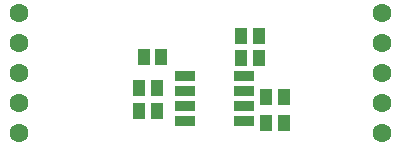
<source format=gbr>
G04*
G04 #@! TF.GenerationSoftware,Altium Limited,Altium Designer,25.0.2 (28)*
G04*
G04 Layer_Color=8388736*
%FSLAX25Y25*%
%MOIN*%
G70*
G04*
G04 #@! TF.SameCoordinates,3DC6336E-5C34-4527-9770-C00B4075D205*
G04*
G04*
G04 #@! TF.FilePolarity,Negative*
G04*
G01*
G75*
%ADD15R,0.04350X0.05531*%
%ADD16R,0.06712X0.03562*%
%ADD17C,0.06318*%
D15*
X54500Y27000D02*
D03*
X60405D02*
D03*
X102811Y24000D02*
D03*
X96905D02*
D03*
Y15500D02*
D03*
X102811D02*
D03*
X61905Y37500D02*
D03*
X56000D02*
D03*
X94406Y37000D02*
D03*
X88500D02*
D03*
X60405Y19500D02*
D03*
X54500D02*
D03*
X94406Y44500D02*
D03*
X88500D02*
D03*
D16*
X89354Y31000D02*
D03*
Y26000D02*
D03*
Y21000D02*
D03*
Y16000D02*
D03*
X69906Y31000D02*
D03*
Y26000D02*
D03*
Y21000D02*
D03*
Y16000D02*
D03*
D17*
X14500Y12000D02*
D03*
Y22000D02*
D03*
Y32000D02*
D03*
Y42000D02*
D03*
Y52000D02*
D03*
X135500Y12000D02*
D03*
Y22000D02*
D03*
Y32000D02*
D03*
Y42000D02*
D03*
Y52000D02*
D03*
M02*

</source>
